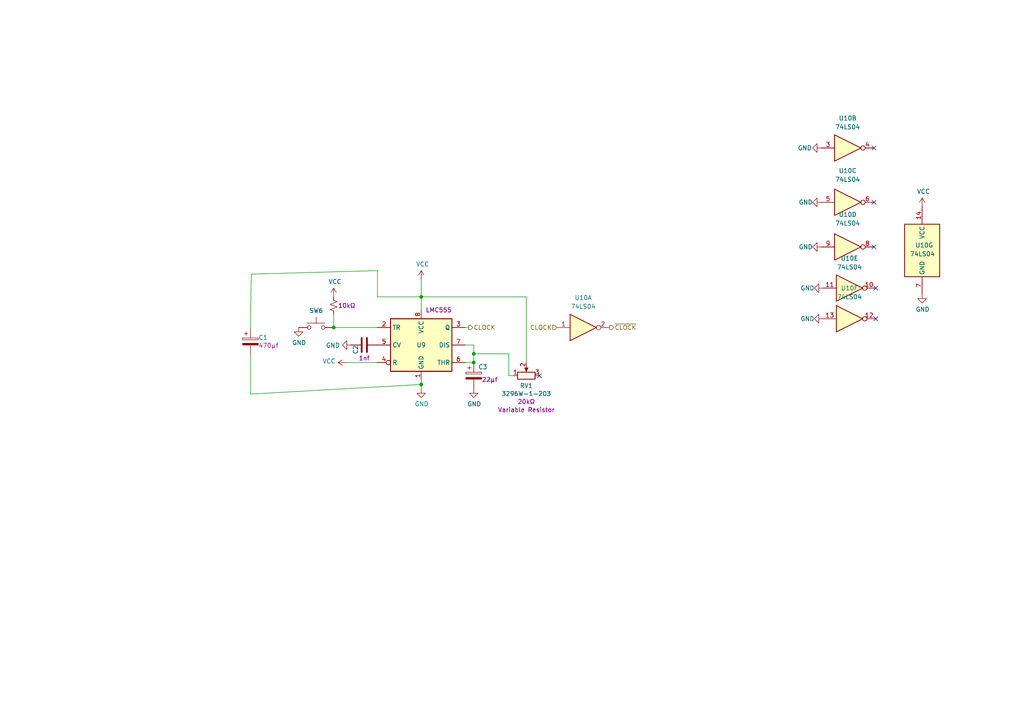
<source format=kicad_sch>
(kicad_sch (version 20211123) (generator eeschema)
  (paper "A4")
  (lib_symbols
    (symbol "74xx:74LS04"
      (property "Reference" "U" (at 0 1.27 0))
      (property "Value" "74LS04" (at 0 -1.27 0))
      (symbol "74LS04_1_0"
        (polyline (pts (xy -3.81 3.81) (xy -3.81 -3.81) (xy 3.81 0) (xy -3.81 3.81)) (stroke (width 0.254)) (fill (type background)))
        (pin input line (at -7.62 0 0) (length 3.81) (name "~") (number "1"))
        (pin output inverted (at 7.62 0 180) (length 3.81) (name "~") (number "2"))
      )
      (symbol "74LS04_2_0"
        (polyline (pts (xy -3.81 3.81) (xy -3.81 -3.81) (xy 3.81 0) (xy -3.81 3.81)) (stroke (width 0.254)) (fill (type background)))
        (pin input line (at -7.62 0 0) (length 3.81) (name "~") (number "3"))
        (pin output inverted (at 7.62 0 180) (length 3.81) (name "~") (number "4"))
      )
      (symbol "74LS04_3_0"
        (polyline (pts (xy -3.81 3.81) (xy -3.81 -3.81) (xy 3.81 0) (xy -3.81 3.81)) (stroke (width 0.254)) (fill (type background)))
        (pin input line (at -7.62 0 0) (length 3.81) (name "~") (number "5"))
        (pin output inverted (at 7.62 0 180) (length 3.81) (name "~") (number "6"))
      )
      (symbol "74LS04_4_0"
        (polyline (pts (xy -3.81 3.81) (xy -3.81 -3.81) (xy 3.81 0) (xy -3.81 3.81)) (stroke (width 0.254)) (fill (type background)))
        (pin output inverted (at 7.62 0 180) (length 3.81) (name "~") (number "8"))
        (pin input line (at -7.62 0 0) (length 3.81) (name "~") (number "9"))
      )
      (symbol "74LS04_5_0"
        (polyline (pts (xy -3.81 3.81) (xy -3.81 -3.81) (xy 3.81 0) (xy -3.81 3.81)) (stroke (width 0.254)) (fill (type background)))
        (pin output inverted (at 7.62 0 180) (length 3.81) (name "~") (number "10"))
        (pin input line (at -7.62 0 0) (length 3.81) (name "~") (number "11"))
      )
      (symbol "74LS04_6_0"
        (polyline (pts (xy -3.81 3.81) (xy -3.81 -3.81) (xy 3.81 0) (xy -3.81 3.81)) (stroke (width 0.254)) (fill (type background)))
        (pin output inverted (at 7.62 0 180) (length 3.81) (name "~") (number "12"))
        (pin input line (at -7.62 0 0) (length 3.81) (name "~") (number "13"))
      )
      (symbol "74LS04_7_0"
        (pin power_in line (at 0 12.7 270) (length 5.08) (name "VCC") (number "14"))
        (pin power_in line (at 0 -12.7 90) (length 5.08) (name "GND") (number "7"))
      )
      (symbol "74LS04_7_1"
        (rectangle (start -5.08 7.62) (end 5.08 -7.62) (stroke (width 0.254)) (fill (type background)))
      )
    )
    (symbol "Device:C" (pin_numbers hide) (pin_names (offset 0.254))
      (property "Reference" "C" (at 0.635 2.54 0))
      (property "Value" "C" (at 0.635 -2.54 0))
      (symbol "C_0_1"
        (polyline (pts (xy -2.032 -0.762) (xy 2.032 -0.762)) (stroke (width 0.508)))
        (polyline (pts (xy -2.032 0.762) (xy 2.032 0.762)) (stroke (width 0.508)))
      )
      (symbol "C_1_1"
        (pin passive line (at 0 3.81 270) (length 2.794) (name "~") (number "1"))
        (pin passive line (at 0 -3.81 90) (length 2.794) (name "~") (number "2"))
      )
    )
    (symbol "Device:C_Polarized" (pin_numbers hide) (pin_names (offset 0.254))
      (property "Reference" "C" (at 0.635 2.54 0))
      (property "Value" "C_Polarized" (at 0.635 -2.54 0))
      (symbol "C_Polarized_0_1"
        (rectangle (start -2.286 0.508) (end 2.286 1.016))
        (polyline (pts (xy -1.778 2.286) (xy -0.762 2.286)))
        (polyline (pts (xy -1.27 2.794) (xy -1.27 1.778)))
        (rectangle (start 2.286 -0.508) (end -2.286 -1.016) (fill (type outline)))
      )
      (symbol "C_Polarized_1_1"
        (pin passive line (at 0 3.81 270) (length 2.794) (name "~") (number "1"))
        (pin passive line (at 0 -3.81 90) (length 2.794) (name "~") (number "2"))
      )
    )
    (symbol "Device:R_Potentiometer" (pin_names (offset 1.016) hide)
      (property "Reference" "RV" (at -4.445 0 90))
      (property "Value" "R_Potentiometer" (at -2.54 0 90))
      (symbol "R_Potentiometer_0_1"
        (polyline (pts (xy 2.54 0) (xy 1.524 0)))
        (polyline (pts (xy 1.143 0) (xy 2.286 0.508) (xy 2.286 -0.508) (xy 1.143 0)) (fill (type outline)))
        (rectangle (start 1.016 2.54) (end -1.016 -2.54) (stroke (width 0.254)))
      )
      (symbol "R_Potentiometer_1_1"
        (pin passive line (at 0 3.81 270) (length 1.27) (name "1") (number "1"))
        (pin passive line (at 3.81 0 180) (length 1.27) (name "2") (number "2"))
        (pin passive line (at 0 -3.81 90) (length 1.27) (name "3") (number "3"))
      )
    )
    (symbol "Device:R_Small_US" (pin_numbers hide) (pin_names (offset 0.254) hide)
      (property "Reference" "R" (at 0.762 0.508 0))
      (property "Value" "R_Small_US" (at 0.762 -1.016 0))
      (symbol "R_Small_US_1_1"
        (polyline (pts (xy 0 0) (xy 1.016 -0.381) (xy 0 -0.762) (xy -1.016 -1.143) (xy 0 -1.524)))
        (polyline (pts (xy 0 1.524) (xy 1.016 1.143) (xy 0 0.762) (xy -1.016 0.381) (xy 0 0)))
        (pin passive line (at 0 2.54 270) (length 1.016) (name "~") (number "1"))
        (pin passive line (at 0 -2.54 90) (length 1.016) (name "~") (number "2"))
      )
    )
    (symbol "Switch:SW_Push" (pin_numbers hide) (pin_names (offset 1.016) hide)
      (property "Reference" "SW" (at 1.27 2.54 0))
      (property "Value" "SW_Push" (at 0 -1.524 0))
      (symbol "SW_Push_0_1"
        (circle (center -2.032 0) (radius 0.508))
        (polyline (pts (xy 0 1.27) (xy 0 3.048)))
        (polyline (pts (xy 2.54 1.27) (xy -2.54 1.27)))
        (circle (center 2.032 0) (radius 0.508))
        (pin passive line (at -5.08 0 0) (length 2.54) (name "1") (number "1"))
        (pin passive line (at 5.08 0 180) (length 2.54) (name "2") (number "2"))
      )
    )
    (symbol "Timer:NE555D"
      (property "Reference" "U" (at -10.16 8.89 0))
      (property "Value" "NE555D" (at 2.54 8.89 0))
      (symbol "NE555D_0_0"
        (pin power_in line (at 0 -10.16 90) (length 2.54) (name "GND") (number "1"))
        (pin power_in line (at 0 10.16 270) (length 2.54) (name "VCC") (number "8"))
      )
      (symbol "NE555D_0_1"
        (rectangle (start -8.89 -7.62) (end 8.89 7.62) (stroke (width 0.254)) (fill (type background)))
        (rectangle (start -8.89 -7.62) (end 8.89 7.62) (stroke (width 0.254)) (fill (type background)))
      )
      (symbol "NE555D_1_1"
        (pin input line (at -12.7 5.08 0) (length 3.81) (name "TR") (number "2"))
        (pin output line (at 12.7 5.08 180) (length 3.81) (name "Q") (number "3"))
        (pin input inverted (at -12.7 -5.08 0) (length 3.81) (name "R") (number "4"))
        (pin input line (at -12.7 0 0) (length 3.81) (name "CV") (number "5"))
        (pin input line (at 12.7 -5.08 180) (length 3.81) (name "THR") (number "6"))
        (pin input line (at 12.7 0 180) (length 3.81) (name "DIS") (number "7"))
      )
    )
    (symbol "power:GND" (power) (pin_names (offset 0))
      (property "Value" "GND" (at 0 -3.81 0))
      (symbol "GND_0_1"
        (polyline (pts (xy 0 0) (xy 0 -1.27) (xy 1.27 -1.27) (xy 0 -2.54) (xy -1.27 -1.27) (xy 0 -1.27)))
      )
      (symbol "GND_1_1"
        (pin power_in line (at 0 0 270) (length 0) hide (name "GND") (number "1"))
      )
    )
    (symbol "power:VCC" (power) (pin_names (offset 0))
      (property "Value" "VCC" (at 0 3.81 0))
      (symbol "VCC_0_1"
        (polyline (pts (xy -0.762 1.27) (xy 0 2.54)))
        (polyline (pts (xy 0 0) (xy 0 2.54)))
        (polyline (pts (xy 0 2.54) (xy 0.762 1.27)))
      )
      (symbol "VCC_1_1"
        (pin power_in line (at 0 0 90) (length 0) hide (name "VCC") (number "1"))
      )
    )
  )
  (junction (at 96.774 94.996))
  (junction (at 122.174 111.506))
  (junction (at 122.174 86.106))
  (junction (at 137.414 105.156))
  (junction (at 137.414 102.616))
  (no_connect (at 253.492 71.628))
  (no_connect (at 253.492 58.674))
  (no_connect (at 253.492 42.926))
  (no_connect (at 254 83.566))
  (no_connect (at 156.464 108.966))
  (no_connect (at 254 92.456))
  (wire (pts (xy 137.414 100.076) (xy 134.874 100.076)))
  (wire (pts (xy 147.574 102.616) (xy 147.574 108.966)))
  (wire (pts (xy 122.174 112.776) (xy 122.174 111.506)))
  (wire (pts (xy 137.414 102.616) (xy 147.574 102.616)))
  (wire (pts (xy 122.174 86.106) (xy 122.174 89.916)))
  (wire (pts (xy 96.774 91.186) (xy 96.774 94.996)))
  (wire (pts (xy 147.574 108.966) (xy 148.844 108.966)))
  (wire (pts (xy 122.174 86.106) (xy 152.654 86.106)))
  (wire (pts (xy 72.898 79.502) (xy 109.474 78.486)))
  (wire (pts (xy 122.174 81.026) (xy 122.174 86.106)))
  (wire (pts (xy 72.644 92.456) (xy 72.898 79.502)))
  (wire (pts (xy 122.174 111.506) (xy 122.174 110.236)))
  (wire (pts (xy 134.874 94.996) (xy 135.89 94.996)))
  (wire (pts (xy 72.644 102.87) (xy 72.644 114.3)))
  (wire (pts (xy 100.584 105.156) (xy 109.474 105.156)))
  (wire (pts (xy 137.414 102.616) (xy 137.414 100.076)))
  (wire (pts (xy 96.774 94.996) (xy 109.474 94.996)))
  (wire (pts (xy 137.414 105.156) (xy 137.414 102.616)))
  (wire (pts (xy 72.644 92.456) (xy 72.644 95.25)))
  (wire (pts (xy 134.874 105.156) (xy 137.414 105.156)))
  (wire (pts (xy 152.654 86.106) (xy 152.654 105.156)))
  (wire (pts (xy 72.644 114.3) (xy 122.174 111.506)))
  (wire (pts (xy 109.474 86.106) (xy 122.174 86.106)))
  (wire (pts (xy 109.474 78.486) (xy 109.474 86.106)))
  (hierarchical_label "CLOCK" (shape output) (at 135.89 94.996 0))
  (hierarchical_label "~{CLOCK}" (shape output) (at 176.784 94.996 0))
  (hierarchical_label "CLOCK" (shape input) (at 161.544 94.996 180))
  (symbol (lib_id "74xx:74LS04") (at 267.462 72.644 0) (unit 7)
    (property "Reference" "U10" (at 265.43 71.12 0) (effects (justify left)))
    (property "Value" "74LS04" (at 263.906 73.66 0) (effects (justify left)))
    (property "Footprint" "Package_SO:SOIC-14_3.9x8.7mm_P1.27mm" (effects hide))
    (property "Datasheet" "http://www.ti.com/lit/gpn/sn74LS04" (effects hide))
  )
  (symbol (lib_id "74xx:74LS04") (at 245.872 58.674 0) (unit 3)
    (property "Reference" "U10" (at 245.872 49.53 0))
    (property "Value" "74LS04" (at 245.872 52.07 0))
    (property "Datasheet" "http://www.ti.com/lit/gpn/sn74LS04" (effects hide))
  )
  (symbol (lib_id "Switch:SW_Push") (at 91.694 94.996 0) (unit 1)
    (property "Reference" "SW6" (at 91.694 90.0938 0))
    (property "Value" "sw-push" (effects hide))
    (property "Footprint" "Button_Switch_THT:SW_PUSH_6mm" (effects hide))
  )
  (symbol (lib_id "Device:C_Polarized") (at 72.644 99.06 0) (unit 1)
    (property "Reference" "C1" (at 74.9554 97.8916 0) (effects (justify left)))
    (property "Value" "CS1V220M-CRE54" (effects hide))
    (property "Footprint" "Capacitor_SMD:CP_Elec_6.3x5.4" (effects hide))
    (property "C" "470µf" (at 74.9554 100.203 0) (effects (justify left)))
    (property "JLCPCB" "C116086" (effects hide))
    (property "Description" "- - 1000hrs 105℃ 35V 22uF 6.3mm ±20% -40℃~+105℃ 5.4mm SMD,6.3x5.4mm Aluminum Electrolytic Capacitors - SMD ROHS" (effects hide))
    (property "LCSC Part Number" "C116086" (effects hide))
    (property "LCSC" "C116086" (effects hide))
  )
  (symbol (lib_id "74xx:74LS04") (at 246.38 83.566 0) (unit 5)
    (property "Reference" "U10" (at 246.38 74.93 0))
    (property "Value" "74LS04" (at 246.38 77.47 0))
    (property "Datasheet" "http://www.ti.com/lit/gpn/sn74LS04" (effects hide))
  )
  (symbol (lib_id "power:GND") (at 122.174 112.776 0) (unit 1)
    (property "Reference" "#PWR046" (effects hide))
    (property "Value" "GND" (at 122.301 117.1702 0))
  )
  (symbol (lib_id "power:GND") (at 238.76 92.456 270) (unit 1)
    (property "Reference" "#PWR052" (effects hide))
    (property "Value" "GND" (at 234.188 92.456 90))
  )
  (symbol (lib_id "74xx:74LS04") (at 169.164 94.996 0) (unit 1)
    (property "Reference" "U10" (at 169.164 86.36 0))
    (property "Value" "74LS04" (at 169.164 88.9 0))
    (property "Datasheet" "http://www.ti.com/lit/gpn/sn74LS04" (effects hide))
  )
  (symbol (lib_id "power:GND") (at 238.252 58.674 270) (unit 1)
    (property "Reference" "#PWR049" (effects hide))
    (property "Value" "GND" (at 233.68 58.674 90))
  )
  (symbol (lib_id "power:GND") (at 238.76 83.566 270) (unit 1)
    (property "Reference" "#PWR051" (effects hide))
    (property "Value" "GND" (at 234.188 83.566 90))
  )
  (symbol (lib_id "Device:R_Potentiometer") (at 152.654 108.966 90) (unit 1)
    (property "Reference" "RV1" (at 152.654 111.887 90))
    (property "Value" "3296W-1-203" (at 152.654 114.1984 90))
    (property "Footprint" "Potentiometer_THT:Potentiometer_Bourns_3266Y_Vertical" (effects hide))
    (property "JLCPCB" "C118936" (effects hide))
    (property "Description" "Variable Resistors 20kΩ ±10% ±250ppm/℃ 3296W Variable Resistors/Potentiometers ROHS" (effects hide))
    (property "R" "20kΩ" (at 152.654 116.5098 90))
    (property "LCSC Part Number" "C118936" (effects hide))
    (property "C" "20kΩ" (effects hide))
    (property "LCSC" "C118936" (effects hide))
    (property "Field11" "Variable Resistor" (at 152.654 118.872 90))
  )
  (symbol (lib_id "power:VCC") (at 267.462 59.944 0) (unit 1)
    (property "Reference" "#PWR053" (effects hide))
    (property "Value" "VCC" (at 267.843 55.5498 0))
  )
  (symbol (lib_id "Timer:NE555D") (at 122.174 100.076 0) (unit 1)
    (property "Reference" "U9" (at 122.174 100.076 0))
    (property "Value" "LMC555CMX/NOPB" (effects hide))
    (property "Footprint" "Package_SO:SOIC-8_3.9x4.9mm_P1.27mm" (effects hide))
    (property "Datasheet" "https://datasheet.lcsc.com/lcsc/1810181624_Texas-Instruments-LMC555CMX-NOPB_C90760.pdf" (effects hide))
    (property "Description" "SOIC-8_150mil Timer ROHS" (effects hide))
    (property "JLCPCB" "C90760" (effects hide))
    (property "LCSC Part Number" "C90760" (effects hide))
    (property "LCSC" "C90760" (effects hide))
    (property "L" "LMC555" (at 127.254 89.916 0))
  )
  (symbol (lib_id "power:VCC") (at 100.584 105.156 90) (unit 1)
    (property "Reference" "#PWR043" (effects hide))
    (property "Value" "VCC" (at 97.3582 104.775 90) (effects (justify left)))
  )
  (symbol (lib_id "74xx:74LS04") (at 246.38 92.456 0) (unit 6)
    (property "Reference" "U10" (at 246.38 83.566 0))
    (property "Value" "74LS04" (at 246.38 86.106 0))
    (property "Datasheet" "http://www.ti.com/lit/gpn/sn74LS04" (effects hide))
  )
  (symbol (lib_id "power:GND") (at 137.414 112.776 0) (unit 1)
    (property "Reference" "#PWR047" (effects hide))
    (property "Value" "GND" (at 137.541 117.1702 0))
  )
  (symbol (lib_id "power:VCC") (at 122.174 81.026 0) (unit 1)
    (property "Reference" "#PWR045" (effects hide))
    (property "Value" "VCC" (at 122.555 76.6318 0))
  )
  (symbol (lib_id "74xx:74LS04") (at 245.872 42.926 0) (unit 2)
    (property "Reference" "U10" (at 245.872 34.29 0))
    (property "Value" "74LS04" (at 245.872 36.83 0))
    (property "Datasheet" "http://www.ti.com/lit/gpn/sn74LS04" (effects hide))
  )
  (symbol (lib_id "Device:C_Polarized") (at 137.414 108.966 0) (unit 1)
    (property "Reference" "C3" (at 138.684 106.426 0) (effects (justify left)))
    (property "Value" "CS1V220M-CRE54" (effects hide))
    (property "Footprint" "Capacitor_SMD:CP_Elec_6.3x5.4" (effects hide))
    (property "C" "22µf" (at 139.7254 110.109 0) (effects (justify left)))
    (property "JLCPCB" "C116086" (effects hide))
    (property "Description" "- - 1000hrs 105℃ 35V 22uF 6.3mm ±20% -40℃~+105℃ 5.4mm SMD,6.3x5.4mm Aluminum Electrolytic Capacitors - SMD ROHS" (effects hide))
    (property "LCSC Part Number" "C116086" (effects hide))
    (property "LCSC" "C116086" (effects hide))
  )
  (symbol (lib_id "power:GND") (at 238.252 71.628 270) (unit 1)
    (property "Reference" "#PWR050" (effects hide))
    (property "Value" "GND" (at 233.68 71.628 90))
  )
  (symbol (lib_id "power:GND") (at 86.614 94.996 0) (unit 1)
    (property "Reference" "#PWR041" (effects hide))
    (property "Value" "GND" (at 86.741 99.3902 0))
  )
  (symbol (lib_id "Device:C") (at 105.664 100.076 270) (unit 1)
    (property "Reference" "C2" (at 103.124 100.076 0) (effects (justify left)))
    (property "Value" "0402B102K500NT" (effects hide))
    (property "Footprint" "Capacitor_SMD:C_0805_2012Metric" (effects hide))
    (property "Datasheet" "https://datasheet.lcsc.com/lcsc/1809291524_FH-Guangdong-Fenghua-Advanced-Tech-0402B102K500NT_C1523.pdf" (effects hide))
    (property "JLCPCB" "C1523" (effects hide))
    (property "Description" "X7R 1nF ±10% 50V 0402 Multilayer Ceramic Capacitors MLCC - SMD/SMT ROHS" (effects hide))
    (property "C" "1nf" (at 105.664 103.886 90))
    (property "LCSC Part Number" "C1523" (effects hide))
    (property "LCSC" "C1523" (effects hide))
  )
  (symbol (lib_id "power:GND") (at 101.854 100.076 270) (unit 1)
    (property "Reference" "#PWR044" (effects hide))
    (property "Value" "GND" (at 98.6028 100.203 90) (effects (justify right)))
  )
  (symbol (lib_id "74xx:74LS04") (at 245.872 71.628 0) (unit 4)
    (property "Reference" "U10" (at 245.872 62.23 0))
    (property "Value" "74LS04" (at 245.872 64.77 0))
    (property "Datasheet" "http://www.ti.com/lit/gpn/sn74LS04" (effects hide))
  )
  (symbol (lib_id "power:GND") (at 267.462 85.344 0) (unit 1)
    (property "Reference" "#PWR054" (effects hide))
    (property "Value" "GND" (at 267.589 89.7382 0))
  )
  (symbol (lib_id "power:GND") (at 238.252 42.926 270) (unit 1)
    (property "Reference" "#PWR048" (effects hide))
    (property "Value" "GND" (at 233.426 42.926 90))
  )
  (symbol (lib_id "Device:R_Small_US") (at 96.774 88.646 0) (unit 1)
    (property "Reference" "R36" (effects hide))
    (property "Value" "0402WGF1002TCE" (effects hide))
    (property "Footprint" "Resistor_SMD:R_0805_2012Metric" (effects hide))
    (property "Datasheet" "https://datasheet.lcsc.com/lcsc/1809301717_UNI-ROYAL-Uniroyal-Elec-0402WGF1002TCE_C25744.pdf" (effects hide))
    (property "Description" "1/16W ±1% ±100ppm/℃ 10kΩ 0402 Chip Resistor - Surface Mount ROHS" (effects hide))
    (property "JLCPCB" "C25744" (effects hide))
    (property "R" "10kΩ" (at 100.584 88.646 0))
    (property "LCSC Part Number" "C25744" (effects hide))
    (property "LCSC" "C25744" (effects hide))
  )
  (symbol (lib_id "power:VCC") (at 96.774 86.106 0) (unit 1)
    (property "Reference" "#PWR042" (effects hide))
    (property "Value" "VCC" (at 97.155 81.7118 0))
  )
)
</source>
